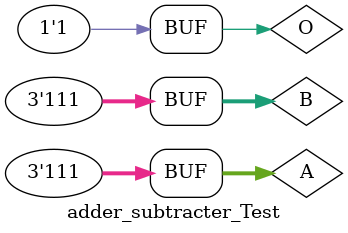
<source format=v>
`timescale 1ns / 1ps
module adder_subtracter_Test();
reg [2:0] A; //Since it is 3 bit, we will write [2:0]
reg [2:0] B;
reg O;
wire [6:0] P;
wire [2:0] Y;
//Instantiating the unit under test (UUT)
addSubtract I1(A, B, O, P, Y);
// Stimulus
initial
begin

#50 A = 3'b000; B = 3'b000; // b represents binary

O = 1'b0;

#50 A = 3'b001; B = 3'b001;

#50 A = 3'b010; B = 3'b010;

#50 A = 3'b011; B = 3'b011;

#50 A = 3'b100; B = 3'b100;

#50 A = 3'b101; B = 3'b101;

#50 A = 3'b110; B = 3'b110;

#50 A = 3'b111; B = 3'b111;

#50 A = 3'b000; B = 3'b000; // b represents binary

O = 1'b1;

#50 A = 3'b001; B = 3'b001;

#50 A = 3'b010; B = 3'b010;

#50 A = 3'b011; B = 3'b011;

#50 A = 3'b100; B = 3'b100;

#50 A = 3'b101; B = 3'b101;

#50 A = 3'b110; B = 3'b110;

#50 A = 3'b111; B = 3'b111;

$monitor("Time=%0d, D=%4b. S=%7b\n", $time, A, B, O, P, Y);
end
endmodule

</source>
